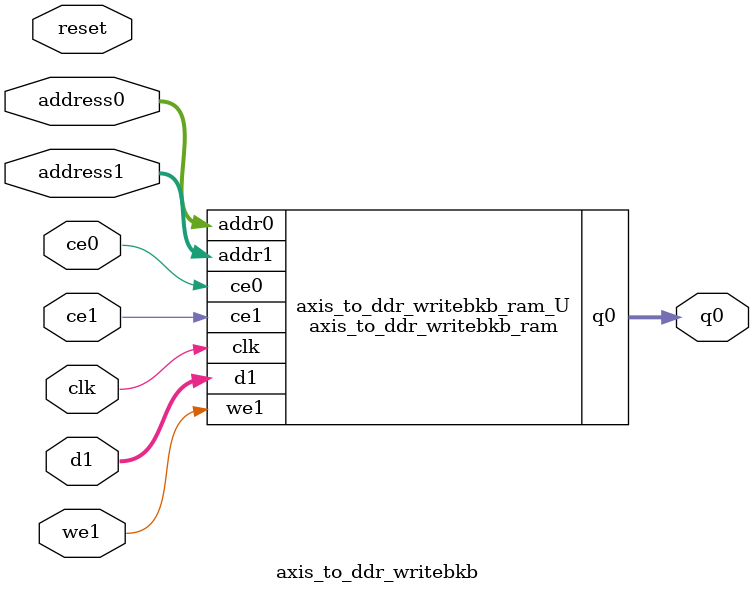
<source format=v>
`timescale 1 ns / 1 ps
module axis_to_ddr_writebkb_ram (addr0, ce0, q0, addr1, ce1, d1, we1,  clk);

parameter DWIDTH = 64;
parameter AWIDTH = 9;
parameter MEM_SIZE = 512;

input[AWIDTH-1:0] addr0;
input ce0;
output reg[DWIDTH-1:0] q0;
input[AWIDTH-1:0] addr1;
input ce1;
input[DWIDTH-1:0] d1;
input we1;
input clk;

(* ram_style = "block" *)reg [DWIDTH-1:0] ram[0:MEM_SIZE-1];




always @(posedge clk)  
begin 
    if (ce0) 
    begin
        q0 <= ram[addr0];
    end
end


always @(posedge clk)  
begin 
    if (ce1) 
    begin
        if (we1) 
        begin 
            ram[addr1] <= d1; 
        end 
    end
end


endmodule

`timescale 1 ns / 1 ps
module axis_to_ddr_writebkb(
    reset,
    clk,
    address0,
    ce0,
    q0,
    address1,
    ce1,
    we1,
    d1);

parameter DataWidth = 32'd64;
parameter AddressRange = 32'd512;
parameter AddressWidth = 32'd9;
input reset;
input clk;
input[AddressWidth - 1:0] address0;
input ce0;
output[DataWidth - 1:0] q0;
input[AddressWidth - 1:0] address1;
input ce1;
input we1;
input[DataWidth - 1:0] d1;



axis_to_ddr_writebkb_ram axis_to_ddr_writebkb_ram_U(
    .clk( clk ),
    .addr0( address0 ),
    .ce0( ce0 ),
    .q0( q0 ),
    .addr1( address1 ),
    .ce1( ce1 ),
    .we1( we1 ),
    .d1( d1 ));

endmodule


</source>
